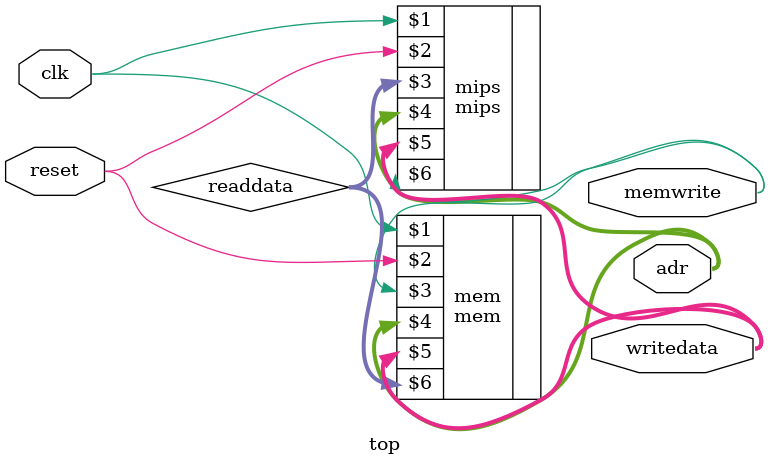
<source format=v>
module top(	input clk, reset,
			output [31:0] writedata, adr,
			output memwrite);
	wire [31:0] readdata;
	// instantiate processor and memories
	mips mips(clk, reset,readdata, adr, writedata, memwrite);
	mem mem(clk, reset, memwrite, adr, writedata, readdata);
endmodule

</source>
